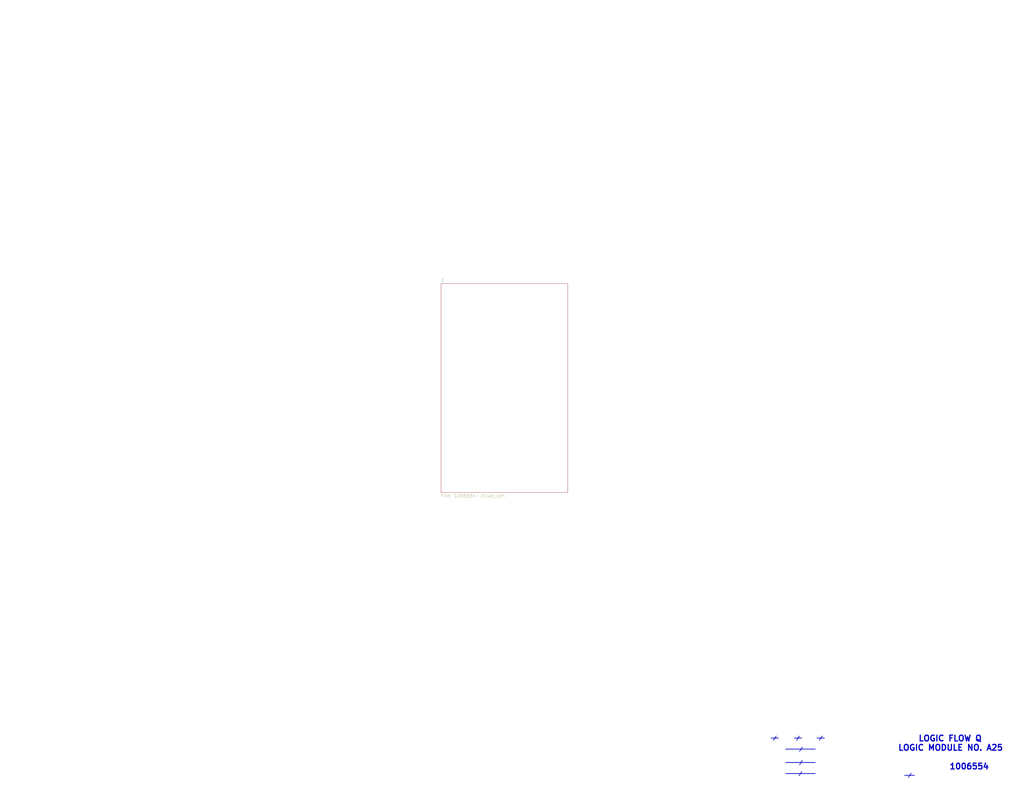
<source format=kicad_sch>
(kicad_sch (version 20211123) (generator eeschema)
  (paper "E")
  (lib_symbols)
  (text "____________" (at 856.9198 845.1596 0) (effects (font (size 3.556 3.556) (thickness 0.7112) bold) (justify left bottom)))
  (text "___" (at 891.2098 806.4246 0) (effects (font (size 3.556 3.556) (thickness 0.7112) bold) (justify left bottom)))
  (text "LOGIC FLOW Q" (at 1002.03 810.26 0) (effects (font (size 6.35 6.35) (thickness 1.27) bold) (justify left bottom)))
  (text "/" (at 990.6 848.995 0) (effects (font (size 3.556 3.556) (thickness 0.7112) bold) (justify left bottom)))
  (text "LOGIC MODULE NO. A25" (at 979.805 820.42 0) (effects (font (size 6.35 6.35) (thickness 1.27) bold) (justify left bottom)))
  (text "___" (at 841.0448 806.4246 0) (effects (font (size 3.556 3.556) (thickness 0.7112) bold) (justify left bottom)))
  (text "/" (at 868.68 808.355 0) (effects (font (size 3.556 3.556) (thickness 0.7112) bold) (justify left bottom)))
  (text "___" (at 866.4448 806.4246 0) (effects (font (size 3.556 3.556) (thickness 0.7112) bold) (justify left bottom)))
  (text "/" (at 871.855 820.42 0) (effects (font (size 3.556 3.556) (thickness 0.7112) bold) (justify left bottom)))
  (text "____________" (at 856.9198 833.0946 0) (effects (font (size 3.556 3.556) (thickness 0.7112) bold) (justify left bottom)))
  (text "/" (at 893.445 808.355 0) (effects (font (size 3.556 3.556) (thickness 0.7112) bold) (justify left bottom)))
  (text "____________" (at 856.9198 818.4896 0) (effects (font (size 3.556 3.556) (thickness 0.7112) bold) (justify left bottom)))
  (text "____" (at 986.79 847.09 0) (effects (font (size 3.556 3.556) (thickness 0.7112) bold) (justify left bottom)))
  (text "/" (at 843.28 808.355 0) (effects (font (size 3.556 3.556) (thickness 0.7112) bold) (justify left bottom)))
  (text "/" (at 871.855 835.025 0) (effects (font (size 3.556 3.556) (thickness 0.7112) bold) (justify left bottom)))
  (text "/" (at 871.22 847.09 0) (effects (font (size 3.556 3.556) (thickness 0.7112) bold) (justify left bottom)))
  (text "1006554" (at 1035.812 840.867 0) (effects (font (size 6.35 6.35) (thickness 1.27) bold) (justify left bottom)))
  (sheet (at 481.33 309.88) (size 138.43 227.965)
    (property "Sheet name" "1" (at 481.33 308.0254 0) (effects (font (size 3.556 3.556)) (justify left bottom)))
    (property "Sheet file" "1006554-.kicad_sch" (at 481.33 539.344 0) (effects (font (size 3.556 3.556)) (justify left top)))
  )
)
</source>
